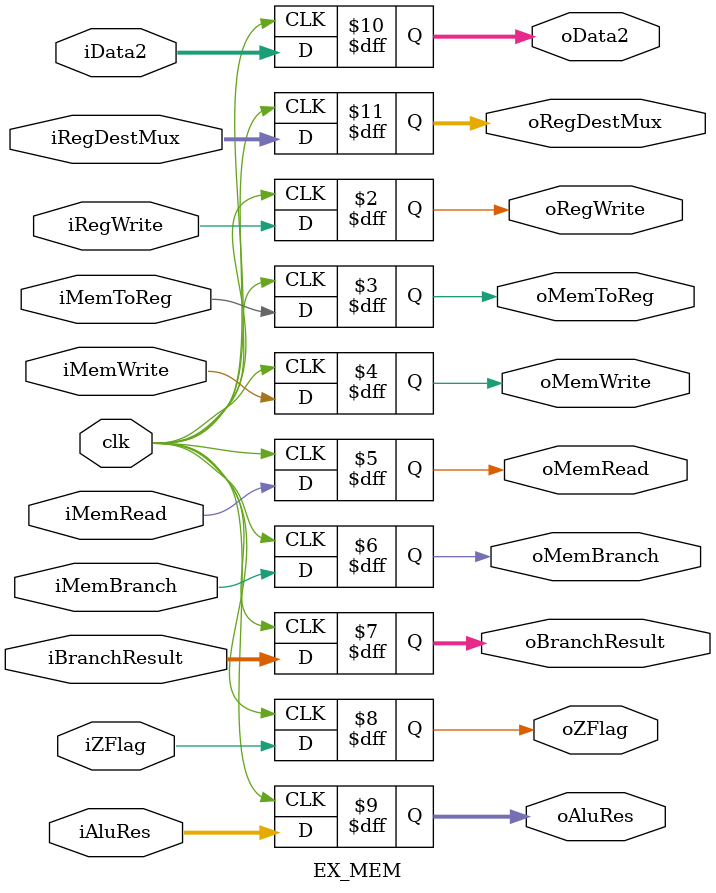
<source format=v>
module EX_MEM(
    input clk,    
    input iRegWrite,
    input iMemToReg,
    input iMemWrite,
    input iMemRead,
    input iMemBranch,  
    input [31:0] iBranchResult,  
    input iZFlag,  
    input [31:0] iAluRes,  
    input [31:0] iData2,  
    input [4:0] iRegDestMux,  
    output reg oRegWrite,
    output reg oMemToReg,
    output reg oMemWrite,
    output reg oMemRead,
    output reg oMemBranch,  
    output reg [31:0] oBranchResult,  
    output reg oZFlag,  
    output reg [31:0] oAluRes,  
    output reg [31:0] oData2,  
    output reg [4:0] oRegDestMux
);
always @(posedge clk ) begin
    oRegWrite           <=iRegWrite;
    oMemToReg           <=iMemToReg;
    oMemWrite           <=iMemWrite;
    oMemRead            <=iMemRead;
    oMemBranch          <=iMemBranch;  
    oBranchResult       <=iBranchResult;  
    oZFlag              <=iZFlag;  
    oAluRes             <=iAluRes;  
    oData2              <=iData2;  
    oRegDestMux         <=iRegDestMux;  
end
endmodule
</source>
